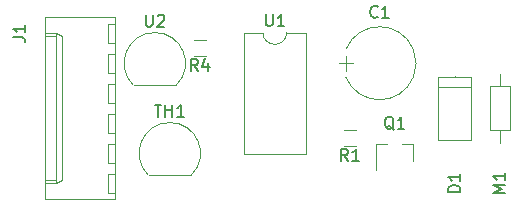
<source format=gbr>
G04 #@! TF.FileFunction,Legend,Top*
%FSLAX46Y46*%
G04 Gerber Fmt 4.6, Leading zero omitted, Abs format (unit mm)*
G04 Created by KiCad (PCBNEW 4.0.7) date 11/14/17 16:47:31*
%MOMM*%
%LPD*%
G01*
G04 APERTURE LIST*
%ADD10C,0.100000*%
%ADD11C,0.120000*%
%ADD12C,0.150000*%
G04 APERTURE END LIST*
D10*
D11*
X161585818Y-90260000D02*
G75*
G03X155874181Y-90260000I-2855818J-1180000D01*
G01*
X161585818Y-92620000D02*
G75*
G02X155874181Y-92620000I-2855818J1180000D01*
G01*
X161585818Y-92620000D02*
G75*
G03X161585819Y-90260000I-2855818J1180000D01*
G01*
X155280000Y-91440000D02*
X156480000Y-91440000D01*
X155880000Y-90790000D02*
X155880000Y-92090000D01*
X166510000Y-92590000D02*
X163690000Y-92590000D01*
X163690000Y-92590000D02*
X163690000Y-97910000D01*
X163690000Y-97910000D02*
X166510000Y-97910000D01*
X166510000Y-97910000D02*
X166510000Y-92590000D01*
X165100000Y-92520000D02*
X165100000Y-92590000D01*
X165100000Y-97980000D02*
X165100000Y-97910000D01*
X166510000Y-93430000D02*
X163690000Y-93430000D01*
X169770000Y-93390000D02*
X168050000Y-93390000D01*
X168050000Y-93390000D02*
X168050000Y-97110000D01*
X168050000Y-97110000D02*
X169770000Y-97110000D01*
X169770000Y-97110000D02*
X169770000Y-93390000D01*
X168910000Y-92320000D02*
X168910000Y-93390000D01*
X168910000Y-98180000D02*
X168910000Y-97110000D01*
X161600000Y-98300000D02*
X160670000Y-98300000D01*
X158440000Y-98300000D02*
X159370000Y-98300000D01*
X158440000Y-98300000D02*
X158440000Y-100460000D01*
X161600000Y-98300000D02*
X161600000Y-99760000D01*
X150860000Y-88840000D02*
G75*
G02X148860000Y-88840000I-1000000J0D01*
G01*
X148860000Y-88840000D02*
X147210000Y-88840000D01*
X147210000Y-88840000D02*
X147210000Y-99120000D01*
X147210000Y-99120000D02*
X152510000Y-99120000D01*
X152510000Y-99120000D02*
X152510000Y-88840000D01*
X152510000Y-88840000D02*
X150860000Y-88840000D01*
X155710000Y-97110000D02*
X156710000Y-97110000D01*
X156710000Y-98470000D02*
X155710000Y-98470000D01*
X139170000Y-100910000D02*
X142770000Y-100910000D01*
X139131522Y-100898478D02*
G75*
G02X140970000Y-96460000I1838478J1838478D01*
G01*
X142808478Y-100898478D02*
G75*
G03X140970000Y-96460000I-1838478J1838478D01*
G01*
X137900000Y-93290000D02*
X141500000Y-93290000D01*
X137861522Y-93278478D02*
G75*
G02X139700000Y-88840000I1838478J1838478D01*
G01*
X141538478Y-93278478D02*
G75*
G03X139700000Y-88840000I-1838478J1838478D01*
G01*
X143010000Y-89490000D02*
X144010000Y-89490000D01*
X144010000Y-90850000D02*
X143010000Y-90850000D01*
X136370000Y-87530000D02*
X130370000Y-87530000D01*
X130370000Y-87530000D02*
X130370000Y-102970000D01*
X130370000Y-102970000D02*
X136370000Y-102970000D01*
X136370000Y-102970000D02*
X136370000Y-87530000D01*
X130370000Y-88900000D02*
X131370000Y-88900000D01*
X131370000Y-88900000D02*
X131370000Y-101600000D01*
X131370000Y-101600000D02*
X130370000Y-101600000D01*
X131370000Y-88900000D02*
X131800000Y-89150000D01*
X131800000Y-89150000D02*
X131800000Y-101350000D01*
X131800000Y-101350000D02*
X131370000Y-101600000D01*
X130370000Y-89150000D02*
X131370000Y-89150000D01*
X130370000Y-101350000D02*
X131370000Y-101350000D01*
X136370000Y-88100000D02*
X135750000Y-88100000D01*
X135750000Y-88100000D02*
X135750000Y-89700000D01*
X135750000Y-89700000D02*
X136370000Y-89700000D01*
X136370000Y-90640000D02*
X135750000Y-90640000D01*
X135750000Y-90640000D02*
X135750000Y-92240000D01*
X135750000Y-92240000D02*
X136370000Y-92240000D01*
X136370000Y-93180000D02*
X135750000Y-93180000D01*
X135750000Y-93180000D02*
X135750000Y-94780000D01*
X135750000Y-94780000D02*
X136370000Y-94780000D01*
X136370000Y-95720000D02*
X135750000Y-95720000D01*
X135750000Y-95720000D02*
X135750000Y-97320000D01*
X135750000Y-97320000D02*
X136370000Y-97320000D01*
X136370000Y-98260000D02*
X135750000Y-98260000D01*
X135750000Y-98260000D02*
X135750000Y-99860000D01*
X135750000Y-99860000D02*
X136370000Y-99860000D01*
X136370000Y-100800000D02*
X135750000Y-100800000D01*
X135750000Y-100800000D02*
X135750000Y-102400000D01*
X135750000Y-102400000D02*
X136370000Y-102400000D01*
D12*
X158563334Y-87487143D02*
X158515715Y-87534762D01*
X158372858Y-87582381D01*
X158277620Y-87582381D01*
X158134762Y-87534762D01*
X158039524Y-87439524D01*
X157991905Y-87344286D01*
X157944286Y-87153810D01*
X157944286Y-87010952D01*
X157991905Y-86820476D01*
X158039524Y-86725238D01*
X158134762Y-86630000D01*
X158277620Y-86582381D01*
X158372858Y-86582381D01*
X158515715Y-86630000D01*
X158563334Y-86677619D01*
X159515715Y-87582381D02*
X158944286Y-87582381D01*
X159230000Y-87582381D02*
X159230000Y-86582381D01*
X159134762Y-86725238D01*
X159039524Y-86820476D01*
X158944286Y-86868095D01*
X165552381Y-102338095D02*
X164552381Y-102338095D01*
X164552381Y-102100000D01*
X164600000Y-101957142D01*
X164695238Y-101861904D01*
X164790476Y-101814285D01*
X164980952Y-101766666D01*
X165123810Y-101766666D01*
X165314286Y-101814285D01*
X165409524Y-101861904D01*
X165504762Y-101957142D01*
X165552381Y-102100000D01*
X165552381Y-102338095D01*
X165552381Y-100814285D02*
X165552381Y-101385714D01*
X165552381Y-101100000D02*
X164552381Y-101100000D01*
X164695238Y-101195238D01*
X164790476Y-101290476D01*
X164838095Y-101385714D01*
X169362381Y-102409524D02*
X168362381Y-102409524D01*
X169076667Y-102076190D01*
X168362381Y-101742857D01*
X169362381Y-101742857D01*
X169362381Y-100742857D02*
X169362381Y-101314286D01*
X169362381Y-101028572D02*
X168362381Y-101028572D01*
X168505238Y-101123810D01*
X168600476Y-101219048D01*
X168648095Y-101314286D01*
X159924762Y-97067619D02*
X159829524Y-97020000D01*
X159734286Y-96924762D01*
X159591429Y-96781905D01*
X159496190Y-96734286D01*
X159400952Y-96734286D01*
X159448571Y-96972381D02*
X159353333Y-96924762D01*
X159258095Y-96829524D01*
X159210476Y-96639048D01*
X159210476Y-96305714D01*
X159258095Y-96115238D01*
X159353333Y-96020000D01*
X159448571Y-95972381D01*
X159639048Y-95972381D01*
X159734286Y-96020000D01*
X159829524Y-96115238D01*
X159877143Y-96305714D01*
X159877143Y-96639048D01*
X159829524Y-96829524D01*
X159734286Y-96924762D01*
X159639048Y-96972381D01*
X159448571Y-96972381D01*
X160829524Y-96972381D02*
X160258095Y-96972381D01*
X160543809Y-96972381D02*
X160543809Y-95972381D01*
X160448571Y-96115238D01*
X160353333Y-96210476D01*
X160258095Y-96258095D01*
X149098095Y-87292381D02*
X149098095Y-88101905D01*
X149145714Y-88197143D01*
X149193333Y-88244762D01*
X149288571Y-88292381D01*
X149479048Y-88292381D01*
X149574286Y-88244762D01*
X149621905Y-88197143D01*
X149669524Y-88101905D01*
X149669524Y-87292381D01*
X150669524Y-88292381D02*
X150098095Y-88292381D01*
X150383809Y-88292381D02*
X150383809Y-87292381D01*
X150288571Y-87435238D01*
X150193333Y-87530476D01*
X150098095Y-87578095D01*
X156043334Y-99692381D02*
X155710000Y-99216190D01*
X155471905Y-99692381D02*
X155471905Y-98692381D01*
X155852858Y-98692381D01*
X155948096Y-98740000D01*
X155995715Y-98787619D01*
X156043334Y-98882857D01*
X156043334Y-99025714D01*
X155995715Y-99120952D01*
X155948096Y-99168571D01*
X155852858Y-99216190D01*
X155471905Y-99216190D01*
X156995715Y-99692381D02*
X156424286Y-99692381D01*
X156710000Y-99692381D02*
X156710000Y-98692381D01*
X156614762Y-98835238D01*
X156519524Y-98930476D01*
X156424286Y-98978095D01*
X139684286Y-94952381D02*
X140255715Y-94952381D01*
X139970000Y-95952381D02*
X139970000Y-94952381D01*
X140589048Y-95952381D02*
X140589048Y-94952381D01*
X140589048Y-95428571D02*
X141160477Y-95428571D01*
X141160477Y-95952381D02*
X141160477Y-94952381D01*
X142160477Y-95952381D02*
X141589048Y-95952381D01*
X141874762Y-95952381D02*
X141874762Y-94952381D01*
X141779524Y-95095238D01*
X141684286Y-95190476D01*
X141589048Y-95238095D01*
X138938095Y-87332381D02*
X138938095Y-88141905D01*
X138985714Y-88237143D01*
X139033333Y-88284762D01*
X139128571Y-88332381D01*
X139319048Y-88332381D01*
X139414286Y-88284762D01*
X139461905Y-88237143D01*
X139509524Y-88141905D01*
X139509524Y-87332381D01*
X139938095Y-87427619D02*
X139985714Y-87380000D01*
X140080952Y-87332381D01*
X140319048Y-87332381D01*
X140414286Y-87380000D01*
X140461905Y-87427619D01*
X140509524Y-87522857D01*
X140509524Y-87618095D01*
X140461905Y-87760952D01*
X139890476Y-88332381D01*
X140509524Y-88332381D01*
X143343334Y-92072381D02*
X143010000Y-91596190D01*
X142771905Y-92072381D02*
X142771905Y-91072381D01*
X143152858Y-91072381D01*
X143248096Y-91120000D01*
X143295715Y-91167619D01*
X143343334Y-91262857D01*
X143343334Y-91405714D01*
X143295715Y-91500952D01*
X143248096Y-91548571D01*
X143152858Y-91596190D01*
X142771905Y-91596190D01*
X144200477Y-91405714D02*
X144200477Y-92072381D01*
X143962381Y-91024762D02*
X143724286Y-91739048D01*
X144343334Y-91739048D01*
X127722381Y-89233333D02*
X128436667Y-89233333D01*
X128579524Y-89280953D01*
X128674762Y-89376191D01*
X128722381Y-89519048D01*
X128722381Y-89614286D01*
X128722381Y-88233333D02*
X128722381Y-88804762D01*
X128722381Y-88519048D02*
X127722381Y-88519048D01*
X127865238Y-88614286D01*
X127960476Y-88709524D01*
X128008095Y-88804762D01*
M02*

</source>
